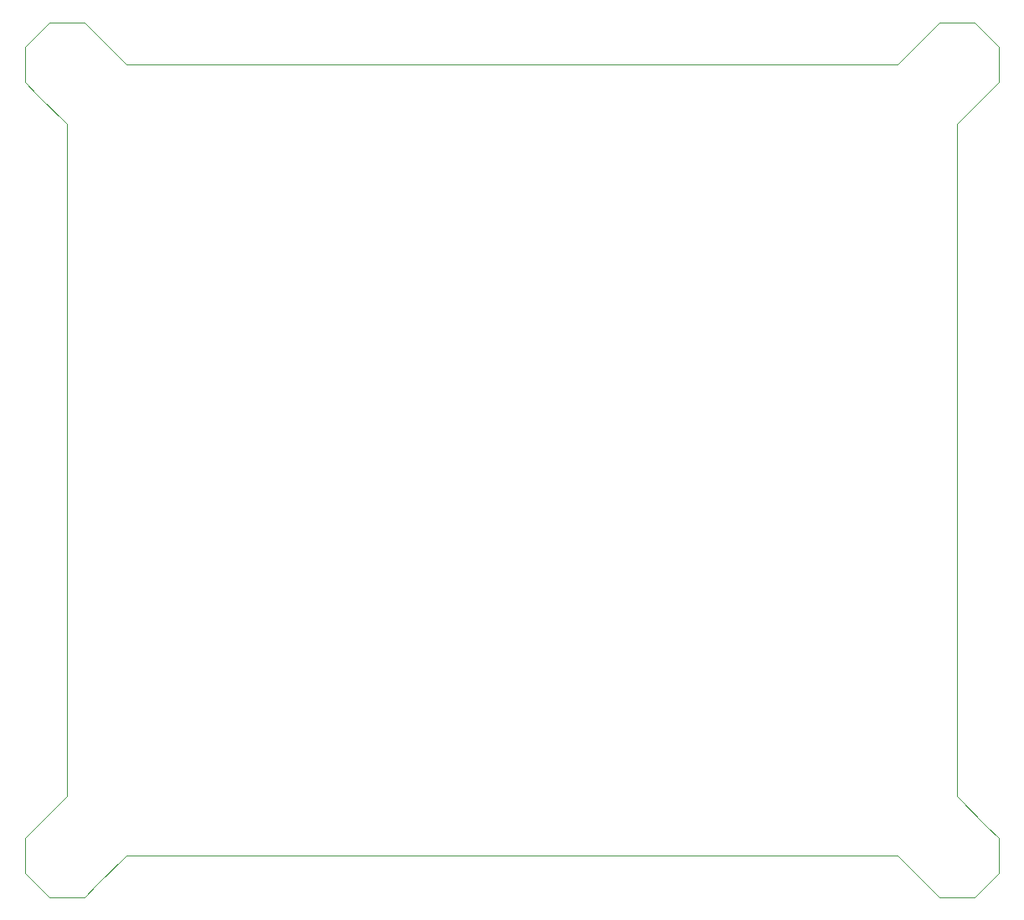
<source format=gm1>
G04 #@! TF.GenerationSoftware,KiCad,Pcbnew,8.0.4*
G04 #@! TF.CreationDate,2024-11-10T19:37:50+01:00*
G04 #@! TF.ProjectId,SchrackCounter,53636872-6163-46b4-936f-756e7465722e,v0.0.4*
G04 #@! TF.SameCoordinates,Original*
G04 #@! TF.FileFunction,Profile,NP*
%FSLAX46Y46*%
G04 Gerber Fmt 4.6, Leading zero omitted, Abs format (unit mm)*
G04 Created by KiCad (PCBNEW 8.0.4) date 2024-11-10 19:37:50*
%MOMM*%
%LPD*%
G01*
G04 APERTURE LIST*
G04 #@! TA.AperFunction,Profile*
%ADD10C,0.100000*%
G04 #@! TD*
G04 APERTURE END LIST*
D10*
X156250000Y-53330000D02*
X152750000Y-53330000D01*
X150250000Y-55830000D02*
X152750000Y-53330000D01*
X157500000Y-140580000D02*
X160500000Y-137580000D01*
X248750000Y-139330000D02*
X248750000Y-135830000D01*
X152750000Y-141830000D02*
X150250000Y-139330000D01*
X162000000Y-57580000D02*
X238500000Y-57580000D01*
X244500000Y-53330000D02*
X246250000Y-53330000D01*
X247500000Y-134580000D02*
X248750000Y-135830000D01*
X240250000Y-55830000D02*
X238500000Y-57580000D01*
X151500000Y-60580000D02*
X150250000Y-59330000D01*
X150250000Y-135830000D02*
X154500000Y-131580000D01*
X152750000Y-141830000D02*
X156250000Y-141830000D01*
X247500000Y-134580000D02*
X244500000Y-131580000D01*
X244500000Y-63580000D02*
X244500000Y-131580000D01*
X151500000Y-60580000D02*
X154500000Y-63580000D01*
X248750000Y-55830000D02*
X248750000Y-59330000D01*
X242750000Y-141830000D02*
X246250000Y-141830000D01*
X154500000Y-131580000D02*
X154500000Y-63580000D01*
X246250000Y-53330000D02*
X248750000Y-55830000D01*
X150250000Y-135830000D02*
X150250000Y-139330000D01*
X157500000Y-140580000D02*
X156250000Y-141830000D01*
X162000000Y-57580000D02*
X160500000Y-57580000D01*
X150250000Y-55830000D02*
X150250000Y-59330000D01*
X248750000Y-139330000D02*
X246250000Y-141830000D01*
X244500000Y-53330000D02*
X242750000Y-53330000D01*
X248750000Y-59330000D02*
X246250000Y-61830000D01*
X246250000Y-61830000D02*
X244500000Y-63580000D01*
X242750000Y-53330000D02*
X240250000Y-55830000D01*
X156250000Y-53330000D02*
X160500000Y-57580000D01*
X242750000Y-141830000D02*
X238500000Y-137580000D01*
X160500000Y-137580000D02*
X238500000Y-137580000D01*
M02*

</source>
